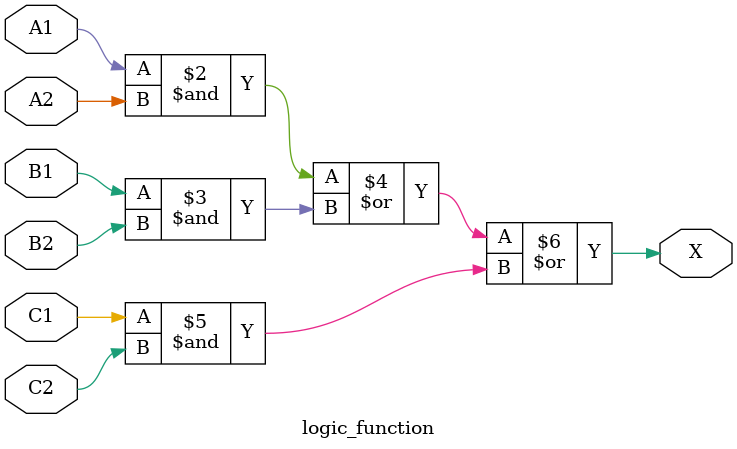
<source format=v>
module logic_function (
    input A1,
    input A2,
    input B1,
    input B2,
    input C1,
    input C2,
    output reg X
);

    always @(*) begin
        X = (A1 & A2) | (B1 & B2) | (C1 & C2);
    end

endmodule
</source>
